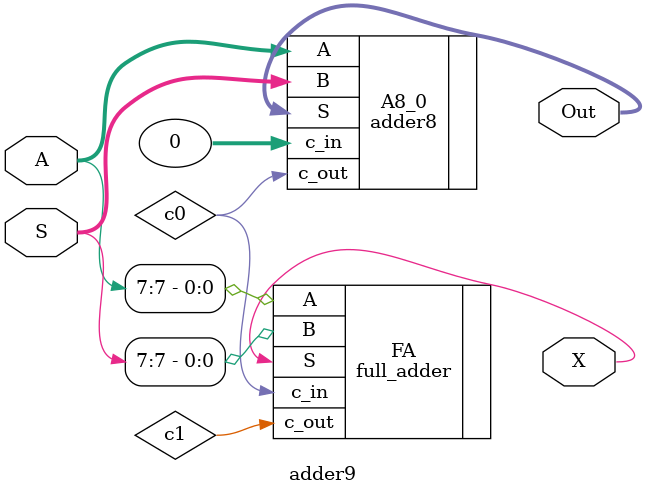
<source format=sv>
module adder9 ( //Specialized adder for implementation in lab 5
	input [7:0] A, S,
	output [7:0] Out,
	output X
);
	wire c0, c1;

	adder8 A8_0 (.A(A[7:0]), .B (S[7:0]), .c_in (0), .S (Out[7:0]), .c_out (c0));
	full_adder FA (.A (A[7]), .B (S[7]), .c_in (c0), .S (X), .c_out (c1));

endmodule

</source>
